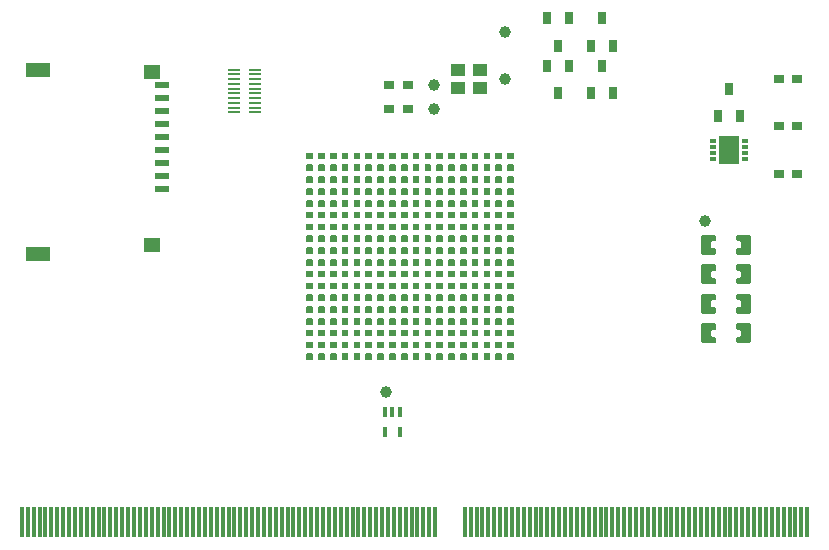
<source format=gtp>
G04 Layer: TopPasteMaskLayer*
G04 EasyEDA v6.5.22, 2022-12-22 19:37:34*
G04 67d28de8ea5d46aa8ff263e619622a75,b137401b17fb4d15a04862e99c0880a0,10*
G04 Gerber Generator version 0.2*
G04 Scale: 100 percent, Rotated: No, Reflected: No *
G04 Dimensions in millimeters *
G04 leading zeros omitted , absolute positions ,4 integer and 5 decimal *
%FSLAX45Y45*%
%MOMM*%

%AMMACRO1*21,1,$1,$2,0,0,$3*%
%ADD10C,1.0000*%
%ADD11R,1.3000X0.6000*%
%ADD12R,1.4000X1.2000*%
%ADD13R,2.0000X1.2000*%
%ADD14R,0.8000X1.0000*%
%ADD15R,1.1000X0.2000*%
%ADD16R,1.0000X0.2000*%
%ADD17R,1.7000X2.4000*%
%ADD18R,0.5000X0.3000*%
%ADD19R,0.3150X0.8385*%
%ADD20MACRO1,1.1X1.2X-90.0000*%
%ADD21R,1.2000X1.1000*%
%ADD22MACRO1,1.1X1.2X90.0000*%
%ADD23R,0.9000X0.8000*%
%ADD24R,0.3500X2.5000*%
%ADD25R,0.0171X2.5000*%

%LPD*%
G36*
X-872388Y877976D02*
G01*
X-877976Y872388D01*
X-877976Y827582D01*
X-872388Y821994D01*
X-827582Y821994D01*
X-821994Y827582D01*
X-821994Y872388D01*
X-827582Y877976D01*
G37*
G36*
X-872388Y778002D02*
G01*
X-877976Y772414D01*
X-877976Y727608D01*
X-872388Y722020D01*
X-827582Y722020D01*
X-821994Y727608D01*
X-821994Y772414D01*
X-827582Y778002D01*
G37*
G36*
X-872388Y677976D02*
G01*
X-877976Y672388D01*
X-877976Y627583D01*
X-872388Y621995D01*
X-827582Y621995D01*
X-821994Y627583D01*
X-821994Y672388D01*
X-827582Y677976D01*
G37*
G36*
X-872388Y578002D02*
G01*
X-877976Y572414D01*
X-877976Y527608D01*
X-872388Y522020D01*
X-827582Y522020D01*
X-821994Y527608D01*
X-821994Y572414D01*
X-827582Y578002D01*
G37*
G36*
X-872388Y477977D02*
G01*
X-877976Y472389D01*
X-877976Y427583D01*
X-872388Y421995D01*
X-827582Y421995D01*
X-821994Y427583D01*
X-821994Y472389D01*
X-827582Y477977D01*
G37*
G36*
X-872388Y378002D02*
G01*
X-877976Y372414D01*
X-877976Y327609D01*
X-872388Y322021D01*
X-827582Y322021D01*
X-821994Y327609D01*
X-821994Y372414D01*
X-827582Y378002D01*
G37*
G36*
X-872388Y277977D02*
G01*
X-877976Y272389D01*
X-877976Y227584D01*
X-872388Y221996D01*
X-827582Y221996D01*
X-821994Y227584D01*
X-821994Y272389D01*
X-827582Y277977D01*
G37*
G36*
X-872388Y178003D02*
G01*
X-877976Y172415D01*
X-877976Y127609D01*
X-872388Y122021D01*
X-827582Y122021D01*
X-821994Y127609D01*
X-821994Y172415D01*
X-827582Y178003D01*
G37*
G36*
X-872388Y77978D02*
G01*
X-877976Y72390D01*
X-877976Y27584D01*
X-872388Y21996D01*
X-827582Y21996D01*
X-821994Y27584D01*
X-821994Y72390D01*
X-827582Y77978D01*
G37*
G36*
X-872388Y-21996D02*
G01*
X-877976Y-27584D01*
X-877976Y-72390D01*
X-872388Y-77978D01*
X-827582Y-77978D01*
X-821994Y-72390D01*
X-821994Y-27584D01*
X-827582Y-21996D01*
G37*
G36*
X-872388Y-122021D02*
G01*
X-877976Y-127609D01*
X-877976Y-172415D01*
X-872388Y-178003D01*
X-827582Y-178003D01*
X-821994Y-172415D01*
X-821994Y-127609D01*
X-827582Y-122021D01*
G37*
G36*
X-872388Y-221996D02*
G01*
X-877976Y-227584D01*
X-877976Y-272389D01*
X-872388Y-277977D01*
X-827582Y-277977D01*
X-821994Y-272389D01*
X-821994Y-227584D01*
X-827582Y-221996D01*
G37*
G36*
X-872388Y-322021D02*
G01*
X-877976Y-327609D01*
X-877976Y-372414D01*
X-872388Y-378002D01*
X-827582Y-378002D01*
X-821994Y-372414D01*
X-821994Y-327609D01*
X-827582Y-322021D01*
G37*
G36*
X-872388Y-421995D02*
G01*
X-877976Y-427583D01*
X-877976Y-472389D01*
X-872388Y-477977D01*
X-827582Y-477977D01*
X-821994Y-472389D01*
X-821994Y-427583D01*
X-827582Y-421995D01*
G37*
G36*
X-872388Y-522020D02*
G01*
X-877976Y-527608D01*
X-877976Y-572414D01*
X-872388Y-578002D01*
X-827582Y-578002D01*
X-821994Y-572414D01*
X-821994Y-527608D01*
X-827582Y-522020D01*
G37*
G36*
X-872388Y-621995D02*
G01*
X-877976Y-627583D01*
X-877976Y-672388D01*
X-872388Y-677976D01*
X-827582Y-677976D01*
X-821994Y-672388D01*
X-821994Y-627583D01*
X-827582Y-621995D01*
G37*
G36*
X-872388Y-722020D02*
G01*
X-877976Y-727608D01*
X-877976Y-772414D01*
X-872388Y-778002D01*
X-827582Y-778002D01*
X-821994Y-772414D01*
X-821994Y-727608D01*
X-827582Y-722020D01*
G37*
G36*
X-872388Y-821994D02*
G01*
X-877976Y-827582D01*
X-877976Y-872388D01*
X-872388Y-877976D01*
X-827582Y-877976D01*
X-821994Y-872388D01*
X-821994Y-827582D01*
X-827582Y-821994D01*
G37*
G36*
X-772414Y877976D02*
G01*
X-778002Y872388D01*
X-778002Y827582D01*
X-772414Y821994D01*
X-727608Y821994D01*
X-722020Y827582D01*
X-722020Y872388D01*
X-727608Y877976D01*
G37*
G36*
X-772414Y778002D02*
G01*
X-778002Y772414D01*
X-778002Y727608D01*
X-772414Y722020D01*
X-727608Y722020D01*
X-722020Y727608D01*
X-722020Y772414D01*
X-727608Y778002D01*
G37*
G36*
X-772414Y677976D02*
G01*
X-778002Y672388D01*
X-778002Y627583D01*
X-772414Y621995D01*
X-727608Y621995D01*
X-722020Y627583D01*
X-722020Y672388D01*
X-727608Y677976D01*
G37*
G36*
X-772414Y578002D02*
G01*
X-778002Y572414D01*
X-778002Y527608D01*
X-772414Y522020D01*
X-727608Y522020D01*
X-722020Y527608D01*
X-722020Y572414D01*
X-727608Y578002D01*
G37*
G36*
X-772414Y477977D02*
G01*
X-778002Y472389D01*
X-778002Y427583D01*
X-772414Y421995D01*
X-727608Y421995D01*
X-722020Y427583D01*
X-722020Y472389D01*
X-727608Y477977D01*
G37*
G36*
X-772414Y378002D02*
G01*
X-778002Y372414D01*
X-778002Y327609D01*
X-772414Y322021D01*
X-727608Y322021D01*
X-722020Y327609D01*
X-722020Y372414D01*
X-727608Y378002D01*
G37*
G36*
X-772414Y277977D02*
G01*
X-778002Y272389D01*
X-778002Y227584D01*
X-772414Y221996D01*
X-727608Y221996D01*
X-722020Y227584D01*
X-722020Y272389D01*
X-727608Y277977D01*
G37*
G36*
X-772414Y178003D02*
G01*
X-778002Y172415D01*
X-778002Y127609D01*
X-772414Y122021D01*
X-727608Y122021D01*
X-722020Y127609D01*
X-722020Y172415D01*
X-727608Y178003D01*
G37*
G36*
X-772414Y77978D02*
G01*
X-778002Y72390D01*
X-778002Y27584D01*
X-772414Y21996D01*
X-727608Y21996D01*
X-722020Y27584D01*
X-722020Y72390D01*
X-727608Y77978D01*
G37*
G36*
X-772414Y-21996D02*
G01*
X-778002Y-27584D01*
X-778002Y-72390D01*
X-772414Y-77978D01*
X-727608Y-77978D01*
X-722020Y-72390D01*
X-722020Y-27584D01*
X-727608Y-21996D01*
G37*
G36*
X-772414Y-122021D02*
G01*
X-778002Y-127609D01*
X-778002Y-172415D01*
X-772414Y-178003D01*
X-727608Y-178003D01*
X-722020Y-172415D01*
X-722020Y-127609D01*
X-727608Y-122021D01*
G37*
G36*
X-772414Y-221996D02*
G01*
X-778002Y-227584D01*
X-778002Y-272389D01*
X-772414Y-277977D01*
X-727608Y-277977D01*
X-722020Y-272389D01*
X-722020Y-227584D01*
X-727608Y-221996D01*
G37*
G36*
X-772414Y-322021D02*
G01*
X-778002Y-327609D01*
X-778002Y-372414D01*
X-772414Y-378002D01*
X-727608Y-378002D01*
X-722020Y-372414D01*
X-722020Y-327609D01*
X-727608Y-322021D01*
G37*
G36*
X-772414Y-421995D02*
G01*
X-778002Y-427583D01*
X-778002Y-472389D01*
X-772414Y-477977D01*
X-727608Y-477977D01*
X-722020Y-472389D01*
X-722020Y-427583D01*
X-727608Y-421995D01*
G37*
G36*
X-772414Y-522020D02*
G01*
X-778002Y-527608D01*
X-778002Y-572414D01*
X-772414Y-578002D01*
X-727608Y-578002D01*
X-722020Y-572414D01*
X-722020Y-527608D01*
X-727608Y-522020D01*
G37*
G36*
X-772414Y-621995D02*
G01*
X-778002Y-627583D01*
X-778002Y-672388D01*
X-772414Y-677976D01*
X-727608Y-677976D01*
X-722020Y-672388D01*
X-722020Y-627583D01*
X-727608Y-621995D01*
G37*
G36*
X-772414Y-722020D02*
G01*
X-778002Y-727608D01*
X-778002Y-772414D01*
X-772414Y-778002D01*
X-727608Y-778002D01*
X-722020Y-772414D01*
X-722020Y-727608D01*
X-727608Y-722020D01*
G37*
G36*
X-772414Y-821994D02*
G01*
X-778002Y-827582D01*
X-778002Y-872388D01*
X-772414Y-877976D01*
X-727608Y-877976D01*
X-722020Y-872388D01*
X-722020Y-827582D01*
X-727608Y-821994D01*
G37*
G36*
X-672388Y877976D02*
G01*
X-677976Y872388D01*
X-677976Y827582D01*
X-672388Y821994D01*
X-627583Y821994D01*
X-621995Y827582D01*
X-621995Y872388D01*
X-627583Y877976D01*
G37*
G36*
X-672388Y778002D02*
G01*
X-677976Y772414D01*
X-677976Y727608D01*
X-672388Y722020D01*
X-627583Y722020D01*
X-621995Y727608D01*
X-621995Y772414D01*
X-627583Y778002D01*
G37*
G36*
X-672388Y677976D02*
G01*
X-677976Y672388D01*
X-677976Y627583D01*
X-672388Y621995D01*
X-627583Y621995D01*
X-621995Y627583D01*
X-621995Y672388D01*
X-627583Y677976D01*
G37*
G36*
X-672388Y578002D02*
G01*
X-677976Y572414D01*
X-677976Y527608D01*
X-672388Y522020D01*
X-627583Y522020D01*
X-621995Y527608D01*
X-621995Y572414D01*
X-627583Y578002D01*
G37*
G36*
X-672388Y477977D02*
G01*
X-677976Y472389D01*
X-677976Y427583D01*
X-672388Y421995D01*
X-627583Y421995D01*
X-621995Y427583D01*
X-621995Y472389D01*
X-627583Y477977D01*
G37*
G36*
X-672388Y378002D02*
G01*
X-677976Y372414D01*
X-677976Y327609D01*
X-672388Y322021D01*
X-627583Y322021D01*
X-621995Y327609D01*
X-621995Y372414D01*
X-627583Y378002D01*
G37*
G36*
X-672388Y277977D02*
G01*
X-677976Y272389D01*
X-677976Y227584D01*
X-672388Y221996D01*
X-627583Y221996D01*
X-621995Y227584D01*
X-621995Y272389D01*
X-627583Y277977D01*
G37*
G36*
X-672388Y178003D02*
G01*
X-677976Y172415D01*
X-677976Y127609D01*
X-672388Y122021D01*
X-627583Y122021D01*
X-621995Y127609D01*
X-621995Y172415D01*
X-627583Y178003D01*
G37*
G36*
X-672388Y77978D02*
G01*
X-677976Y72390D01*
X-677976Y27584D01*
X-672388Y21996D01*
X-627583Y21996D01*
X-621995Y27584D01*
X-621995Y72390D01*
X-627583Y77978D01*
G37*
G36*
X-672388Y-21996D02*
G01*
X-677976Y-27584D01*
X-677976Y-72390D01*
X-672388Y-77978D01*
X-627583Y-77978D01*
X-621995Y-72390D01*
X-621995Y-27584D01*
X-627583Y-21996D01*
G37*
G36*
X-672388Y-122021D02*
G01*
X-677976Y-127609D01*
X-677976Y-172415D01*
X-672388Y-178003D01*
X-627583Y-178003D01*
X-621995Y-172415D01*
X-621995Y-127609D01*
X-627583Y-122021D01*
G37*
G36*
X-672388Y-221996D02*
G01*
X-677976Y-227584D01*
X-677976Y-272389D01*
X-672388Y-277977D01*
X-627583Y-277977D01*
X-621995Y-272389D01*
X-621995Y-227584D01*
X-627583Y-221996D01*
G37*
G36*
X-672388Y-322021D02*
G01*
X-677976Y-327609D01*
X-677976Y-372414D01*
X-672388Y-378002D01*
X-627583Y-378002D01*
X-621995Y-372414D01*
X-621995Y-327609D01*
X-627583Y-322021D01*
G37*
G36*
X-672388Y-421995D02*
G01*
X-677976Y-427583D01*
X-677976Y-472389D01*
X-672388Y-477977D01*
X-627583Y-477977D01*
X-621995Y-472389D01*
X-621995Y-427583D01*
X-627583Y-421995D01*
G37*
G36*
X-672388Y-522020D02*
G01*
X-677976Y-527608D01*
X-677976Y-572414D01*
X-672388Y-578002D01*
X-627583Y-578002D01*
X-621995Y-572414D01*
X-621995Y-527608D01*
X-627583Y-522020D01*
G37*
G36*
X-672388Y-621995D02*
G01*
X-677976Y-627583D01*
X-677976Y-672388D01*
X-672388Y-677976D01*
X-627583Y-677976D01*
X-621995Y-672388D01*
X-621995Y-627583D01*
X-627583Y-621995D01*
G37*
G36*
X-672388Y-722020D02*
G01*
X-677976Y-727608D01*
X-677976Y-772414D01*
X-672388Y-778002D01*
X-627583Y-778002D01*
X-621995Y-772414D01*
X-621995Y-727608D01*
X-627583Y-722020D01*
G37*
G36*
X-672388Y-821994D02*
G01*
X-677976Y-827582D01*
X-677976Y-872388D01*
X-672388Y-877976D01*
X-627583Y-877976D01*
X-621995Y-872388D01*
X-621995Y-827582D01*
X-627583Y-821994D01*
G37*
G36*
X-572414Y877976D02*
G01*
X-578002Y872388D01*
X-578002Y827582D01*
X-572414Y821994D01*
X-527608Y821994D01*
X-522020Y827582D01*
X-522020Y872388D01*
X-527608Y877976D01*
G37*
G36*
X-572414Y778002D02*
G01*
X-578002Y772414D01*
X-578002Y727608D01*
X-572414Y722020D01*
X-527608Y722020D01*
X-522020Y727608D01*
X-522020Y772414D01*
X-527608Y778002D01*
G37*
G36*
X-572414Y677976D02*
G01*
X-578002Y672388D01*
X-578002Y627583D01*
X-572414Y621995D01*
X-527608Y621995D01*
X-522020Y627583D01*
X-522020Y672388D01*
X-527608Y677976D01*
G37*
G36*
X-572414Y578002D02*
G01*
X-578002Y572414D01*
X-578002Y527608D01*
X-572414Y522020D01*
X-527608Y522020D01*
X-522020Y527608D01*
X-522020Y572414D01*
X-527608Y578002D01*
G37*
G36*
X-572414Y477977D02*
G01*
X-578002Y472389D01*
X-578002Y427583D01*
X-572414Y421995D01*
X-527608Y421995D01*
X-522020Y427583D01*
X-522020Y472389D01*
X-527608Y477977D01*
G37*
G36*
X-572414Y378002D02*
G01*
X-578002Y372414D01*
X-578002Y327609D01*
X-572414Y322021D01*
X-527608Y322021D01*
X-522020Y327609D01*
X-522020Y372414D01*
X-527608Y378002D01*
G37*
G36*
X-572414Y277977D02*
G01*
X-578002Y272389D01*
X-578002Y227584D01*
X-572414Y221996D01*
X-527608Y221996D01*
X-522020Y227584D01*
X-522020Y272389D01*
X-527608Y277977D01*
G37*
G36*
X-572414Y178003D02*
G01*
X-578002Y172415D01*
X-578002Y127609D01*
X-572414Y122021D01*
X-527608Y122021D01*
X-522020Y127609D01*
X-522020Y172415D01*
X-527608Y178003D01*
G37*
G36*
X-572414Y77978D02*
G01*
X-578002Y72390D01*
X-578002Y27584D01*
X-572414Y21996D01*
X-527608Y21996D01*
X-522020Y27584D01*
X-522020Y72390D01*
X-527608Y77978D01*
G37*
G36*
X-572414Y-21996D02*
G01*
X-578002Y-27584D01*
X-578002Y-72390D01*
X-572414Y-77978D01*
X-527608Y-77978D01*
X-522020Y-72390D01*
X-522020Y-27584D01*
X-527608Y-21996D01*
G37*
G36*
X-572414Y-122021D02*
G01*
X-578002Y-127609D01*
X-578002Y-172415D01*
X-572414Y-178003D01*
X-527608Y-178003D01*
X-522020Y-172415D01*
X-522020Y-127609D01*
X-527608Y-122021D01*
G37*
G36*
X-572414Y-221996D02*
G01*
X-578002Y-227584D01*
X-578002Y-272389D01*
X-572414Y-277977D01*
X-527608Y-277977D01*
X-522020Y-272389D01*
X-522020Y-227584D01*
X-527608Y-221996D01*
G37*
G36*
X-572414Y-322021D02*
G01*
X-578002Y-327609D01*
X-578002Y-372414D01*
X-572414Y-378002D01*
X-527608Y-378002D01*
X-522020Y-372414D01*
X-522020Y-327609D01*
X-527608Y-322021D01*
G37*
G36*
X-572414Y-421995D02*
G01*
X-578002Y-427583D01*
X-578002Y-472389D01*
X-572414Y-477977D01*
X-527608Y-477977D01*
X-522020Y-472389D01*
X-522020Y-427583D01*
X-527608Y-421995D01*
G37*
G36*
X-572414Y-522020D02*
G01*
X-578002Y-527608D01*
X-578002Y-572414D01*
X-572414Y-578002D01*
X-527608Y-578002D01*
X-522020Y-572414D01*
X-522020Y-527608D01*
X-527608Y-522020D01*
G37*
G36*
X-572414Y-621995D02*
G01*
X-578002Y-627583D01*
X-578002Y-672388D01*
X-572414Y-677976D01*
X-527608Y-677976D01*
X-522020Y-672388D01*
X-522020Y-627583D01*
X-527608Y-621995D01*
G37*
G36*
X-572414Y-722020D02*
G01*
X-578002Y-727608D01*
X-578002Y-772414D01*
X-572414Y-778002D01*
X-527608Y-778002D01*
X-522020Y-772414D01*
X-522020Y-727608D01*
X-527608Y-722020D01*
G37*
G36*
X-572414Y-821994D02*
G01*
X-578002Y-827582D01*
X-578002Y-872388D01*
X-572414Y-877976D01*
X-527608Y-877976D01*
X-522020Y-872388D01*
X-522020Y-827582D01*
X-527608Y-821994D01*
G37*
G36*
X-472389Y877976D02*
G01*
X-477977Y872388D01*
X-477977Y827582D01*
X-472389Y821994D01*
X-427583Y821994D01*
X-421995Y827582D01*
X-421995Y872388D01*
X-427583Y877976D01*
G37*
G36*
X-472389Y778002D02*
G01*
X-477977Y772414D01*
X-477977Y727608D01*
X-472389Y722020D01*
X-427583Y722020D01*
X-421995Y727608D01*
X-421995Y772414D01*
X-427583Y778002D01*
G37*
G36*
X-472389Y677976D02*
G01*
X-477977Y672388D01*
X-477977Y627583D01*
X-472389Y621995D01*
X-427583Y621995D01*
X-421995Y627583D01*
X-421995Y672388D01*
X-427583Y677976D01*
G37*
G36*
X-472389Y578002D02*
G01*
X-477977Y572414D01*
X-477977Y527608D01*
X-472389Y522020D01*
X-427583Y522020D01*
X-421995Y527608D01*
X-421995Y572414D01*
X-427583Y578002D01*
G37*
G36*
X-472389Y477977D02*
G01*
X-477977Y472389D01*
X-477977Y427583D01*
X-472389Y421995D01*
X-427583Y421995D01*
X-421995Y427583D01*
X-421995Y472389D01*
X-427583Y477977D01*
G37*
G36*
X-472389Y378002D02*
G01*
X-477977Y372414D01*
X-477977Y327609D01*
X-472389Y322021D01*
X-427583Y322021D01*
X-421995Y327609D01*
X-421995Y372414D01*
X-427583Y378002D01*
G37*
G36*
X-472389Y277977D02*
G01*
X-477977Y272389D01*
X-477977Y227584D01*
X-472389Y221996D01*
X-427583Y221996D01*
X-421995Y227584D01*
X-421995Y272389D01*
X-427583Y277977D01*
G37*
G36*
X-472389Y178003D02*
G01*
X-477977Y172415D01*
X-477977Y127609D01*
X-472389Y122021D01*
X-427583Y122021D01*
X-421995Y127609D01*
X-421995Y172415D01*
X-427583Y178003D01*
G37*
G36*
X-472389Y77978D02*
G01*
X-477977Y72390D01*
X-477977Y27584D01*
X-472389Y21996D01*
X-427583Y21996D01*
X-421995Y27584D01*
X-421995Y72390D01*
X-427583Y77978D01*
G37*
G36*
X-472389Y-21996D02*
G01*
X-477977Y-27584D01*
X-477977Y-72390D01*
X-472389Y-77978D01*
X-427583Y-77978D01*
X-421995Y-72390D01*
X-421995Y-27584D01*
X-427583Y-21996D01*
G37*
G36*
X-472389Y-122021D02*
G01*
X-477977Y-127609D01*
X-477977Y-172415D01*
X-472389Y-178003D01*
X-427583Y-178003D01*
X-421995Y-172415D01*
X-421995Y-127609D01*
X-427583Y-122021D01*
G37*
G36*
X-472389Y-221996D02*
G01*
X-477977Y-227584D01*
X-477977Y-272389D01*
X-472389Y-277977D01*
X-427583Y-277977D01*
X-421995Y-272389D01*
X-421995Y-227584D01*
X-427583Y-221996D01*
G37*
G36*
X-472389Y-322021D02*
G01*
X-477977Y-327609D01*
X-477977Y-372414D01*
X-472389Y-378002D01*
X-427583Y-378002D01*
X-421995Y-372414D01*
X-421995Y-327609D01*
X-427583Y-322021D01*
G37*
G36*
X-472389Y-421995D02*
G01*
X-477977Y-427583D01*
X-477977Y-472389D01*
X-472389Y-477977D01*
X-427583Y-477977D01*
X-421995Y-472389D01*
X-421995Y-427583D01*
X-427583Y-421995D01*
G37*
G36*
X-472389Y-522020D02*
G01*
X-477977Y-527608D01*
X-477977Y-572414D01*
X-472389Y-578002D01*
X-427583Y-578002D01*
X-421995Y-572414D01*
X-421995Y-527608D01*
X-427583Y-522020D01*
G37*
G36*
X-472389Y-621995D02*
G01*
X-477977Y-627583D01*
X-477977Y-672388D01*
X-472389Y-677976D01*
X-427583Y-677976D01*
X-421995Y-672388D01*
X-421995Y-627583D01*
X-427583Y-621995D01*
G37*
G36*
X-472389Y-722020D02*
G01*
X-477977Y-727608D01*
X-477977Y-772414D01*
X-472389Y-778002D01*
X-427583Y-778002D01*
X-421995Y-772414D01*
X-421995Y-727608D01*
X-427583Y-722020D01*
G37*
G36*
X-472389Y-821994D02*
G01*
X-477977Y-827582D01*
X-477977Y-872388D01*
X-472389Y-877976D01*
X-427583Y-877976D01*
X-421995Y-872388D01*
X-421995Y-827582D01*
X-427583Y-821994D01*
G37*
G36*
X-372414Y877976D02*
G01*
X-378002Y872388D01*
X-378002Y827582D01*
X-372414Y821994D01*
X-327609Y821994D01*
X-322021Y827582D01*
X-322021Y872388D01*
X-327609Y877976D01*
G37*
G36*
X-372414Y778002D02*
G01*
X-378002Y772414D01*
X-378002Y727608D01*
X-372414Y722020D01*
X-327609Y722020D01*
X-322021Y727608D01*
X-322021Y772414D01*
X-327609Y778002D01*
G37*
G36*
X-372414Y677976D02*
G01*
X-378002Y672388D01*
X-378002Y627583D01*
X-372414Y621995D01*
X-327609Y621995D01*
X-322021Y627583D01*
X-322021Y672388D01*
X-327609Y677976D01*
G37*
G36*
X-372414Y578002D02*
G01*
X-378002Y572414D01*
X-378002Y527608D01*
X-372414Y522020D01*
X-327609Y522020D01*
X-322021Y527608D01*
X-322021Y572414D01*
X-327609Y578002D01*
G37*
G36*
X-372414Y477977D02*
G01*
X-378002Y472389D01*
X-378002Y427583D01*
X-372414Y421995D01*
X-327609Y421995D01*
X-322021Y427583D01*
X-322021Y472389D01*
X-327609Y477977D01*
G37*
G36*
X-372414Y378002D02*
G01*
X-378002Y372414D01*
X-378002Y327609D01*
X-372414Y322021D01*
X-327609Y322021D01*
X-322021Y327609D01*
X-322021Y372414D01*
X-327609Y378002D01*
G37*
G36*
X-372414Y277977D02*
G01*
X-378002Y272389D01*
X-378002Y227584D01*
X-372414Y221996D01*
X-327609Y221996D01*
X-322021Y227584D01*
X-322021Y272389D01*
X-327609Y277977D01*
G37*
G36*
X-372414Y178003D02*
G01*
X-378002Y172415D01*
X-378002Y127609D01*
X-372414Y122021D01*
X-327609Y122021D01*
X-322021Y127609D01*
X-322021Y172415D01*
X-327609Y178003D01*
G37*
G36*
X-372414Y77978D02*
G01*
X-378002Y72390D01*
X-378002Y27584D01*
X-372414Y21996D01*
X-327609Y21996D01*
X-322021Y27584D01*
X-322021Y72390D01*
X-327609Y77978D01*
G37*
G36*
X-372414Y-21996D02*
G01*
X-378002Y-27584D01*
X-378002Y-72390D01*
X-372414Y-77978D01*
X-327609Y-77978D01*
X-322021Y-72390D01*
X-322021Y-27584D01*
X-327609Y-21996D01*
G37*
G36*
X-372414Y-122021D02*
G01*
X-378002Y-127609D01*
X-378002Y-172415D01*
X-372414Y-178003D01*
X-327609Y-178003D01*
X-322021Y-172415D01*
X-322021Y-127609D01*
X-327609Y-122021D01*
G37*
G36*
X-372414Y-221996D02*
G01*
X-378002Y-227584D01*
X-378002Y-272389D01*
X-372414Y-277977D01*
X-327609Y-277977D01*
X-322021Y-272389D01*
X-322021Y-227584D01*
X-327609Y-221996D01*
G37*
G36*
X-372414Y-322021D02*
G01*
X-378002Y-327609D01*
X-378002Y-372414D01*
X-372414Y-378002D01*
X-327609Y-378002D01*
X-322021Y-372414D01*
X-322021Y-327609D01*
X-327609Y-322021D01*
G37*
G36*
X-372414Y-421995D02*
G01*
X-378002Y-427583D01*
X-378002Y-472389D01*
X-372414Y-477977D01*
X-327609Y-477977D01*
X-322021Y-472389D01*
X-322021Y-427583D01*
X-327609Y-421995D01*
G37*
G36*
X-372414Y-522020D02*
G01*
X-378002Y-527608D01*
X-378002Y-572414D01*
X-372414Y-578002D01*
X-327609Y-578002D01*
X-322021Y-572414D01*
X-322021Y-527608D01*
X-327609Y-522020D01*
G37*
G36*
X-372414Y-621995D02*
G01*
X-378002Y-627583D01*
X-378002Y-672388D01*
X-372414Y-677976D01*
X-327609Y-677976D01*
X-322021Y-672388D01*
X-322021Y-627583D01*
X-327609Y-621995D01*
G37*
G36*
X-372414Y-722020D02*
G01*
X-378002Y-727608D01*
X-378002Y-772414D01*
X-372414Y-778002D01*
X-327609Y-778002D01*
X-322021Y-772414D01*
X-322021Y-727608D01*
X-327609Y-722020D01*
G37*
G36*
X-372414Y-821994D02*
G01*
X-378002Y-827582D01*
X-378002Y-872388D01*
X-372414Y-877976D01*
X-327609Y-877976D01*
X-322021Y-872388D01*
X-322021Y-827582D01*
X-327609Y-821994D01*
G37*
G36*
X-272389Y877976D02*
G01*
X-277977Y872388D01*
X-277977Y827582D01*
X-272389Y821994D01*
X-227584Y821994D01*
X-221996Y827582D01*
X-221996Y872388D01*
X-227584Y877976D01*
G37*
G36*
X-272389Y778002D02*
G01*
X-277977Y772414D01*
X-277977Y727608D01*
X-272389Y722020D01*
X-227584Y722020D01*
X-221996Y727608D01*
X-221996Y772414D01*
X-227584Y778002D01*
G37*
G36*
X-272389Y677976D02*
G01*
X-277977Y672388D01*
X-277977Y627583D01*
X-272389Y621995D01*
X-227584Y621995D01*
X-221996Y627583D01*
X-221996Y672388D01*
X-227584Y677976D01*
G37*
G36*
X-272389Y578002D02*
G01*
X-277977Y572414D01*
X-277977Y527608D01*
X-272389Y522020D01*
X-227584Y522020D01*
X-221996Y527608D01*
X-221996Y572414D01*
X-227584Y578002D01*
G37*
G36*
X-272389Y477977D02*
G01*
X-277977Y472389D01*
X-277977Y427583D01*
X-272389Y421995D01*
X-227584Y421995D01*
X-221996Y427583D01*
X-221996Y472389D01*
X-227584Y477977D01*
G37*
G36*
X-272389Y378002D02*
G01*
X-277977Y372414D01*
X-277977Y327609D01*
X-272389Y322021D01*
X-227584Y322021D01*
X-221996Y327609D01*
X-221996Y372414D01*
X-227584Y378002D01*
G37*
G36*
X-272389Y277977D02*
G01*
X-277977Y272389D01*
X-277977Y227584D01*
X-272389Y221996D01*
X-227584Y221996D01*
X-221996Y227584D01*
X-221996Y272389D01*
X-227584Y277977D01*
G37*
G36*
X-272389Y178003D02*
G01*
X-277977Y172415D01*
X-277977Y127609D01*
X-272389Y122021D01*
X-227584Y122021D01*
X-221996Y127609D01*
X-221996Y172415D01*
X-227584Y178003D01*
G37*
G36*
X-272389Y77978D02*
G01*
X-277977Y72390D01*
X-277977Y27584D01*
X-272389Y21996D01*
X-227584Y21996D01*
X-221996Y27584D01*
X-221996Y72390D01*
X-227584Y77978D01*
G37*
G36*
X-272389Y-21996D02*
G01*
X-277977Y-27584D01*
X-277977Y-72390D01*
X-272389Y-77978D01*
X-227584Y-77978D01*
X-221996Y-72390D01*
X-221996Y-27584D01*
X-227584Y-21996D01*
G37*
G36*
X-272389Y-122021D02*
G01*
X-277977Y-127609D01*
X-277977Y-172415D01*
X-272389Y-178003D01*
X-227584Y-178003D01*
X-221996Y-172415D01*
X-221996Y-127609D01*
X-227584Y-122021D01*
G37*
G36*
X-272389Y-221996D02*
G01*
X-277977Y-227584D01*
X-277977Y-272389D01*
X-272389Y-277977D01*
X-227584Y-277977D01*
X-221996Y-272389D01*
X-221996Y-227584D01*
X-227584Y-221996D01*
G37*
G36*
X-272389Y-322021D02*
G01*
X-277977Y-327609D01*
X-277977Y-372414D01*
X-272389Y-378002D01*
X-227584Y-378002D01*
X-221996Y-372414D01*
X-221996Y-327609D01*
X-227584Y-322021D01*
G37*
G36*
X-272389Y-421995D02*
G01*
X-277977Y-427583D01*
X-277977Y-472389D01*
X-272389Y-477977D01*
X-227584Y-477977D01*
X-221996Y-472389D01*
X-221996Y-427583D01*
X-227584Y-421995D01*
G37*
G36*
X-272389Y-522020D02*
G01*
X-277977Y-527608D01*
X-277977Y-572414D01*
X-272389Y-578002D01*
X-227584Y-578002D01*
X-221996Y-572414D01*
X-221996Y-527608D01*
X-227584Y-522020D01*
G37*
G36*
X-272389Y-621995D02*
G01*
X-277977Y-627583D01*
X-277977Y-672388D01*
X-272389Y-677976D01*
X-227584Y-677976D01*
X-221996Y-672388D01*
X-221996Y-627583D01*
X-227584Y-621995D01*
G37*
G36*
X-272389Y-722020D02*
G01*
X-277977Y-727608D01*
X-277977Y-772414D01*
X-272389Y-778002D01*
X-227584Y-778002D01*
X-221996Y-772414D01*
X-221996Y-727608D01*
X-227584Y-722020D01*
G37*
G36*
X-272389Y-821994D02*
G01*
X-277977Y-827582D01*
X-277977Y-872388D01*
X-272389Y-877976D01*
X-227584Y-877976D01*
X-221996Y-872388D01*
X-221996Y-827582D01*
X-227584Y-821994D01*
G37*
G36*
X-172415Y877976D02*
G01*
X-178003Y872388D01*
X-178003Y827582D01*
X-172415Y821994D01*
X-127609Y821994D01*
X-122021Y827582D01*
X-122021Y872388D01*
X-127609Y877976D01*
G37*
G36*
X-172415Y778002D02*
G01*
X-178003Y772414D01*
X-178003Y727608D01*
X-172415Y722020D01*
X-127609Y722020D01*
X-122021Y727608D01*
X-122021Y772414D01*
X-127609Y778002D01*
G37*
G36*
X-172415Y677976D02*
G01*
X-178003Y672388D01*
X-178003Y627583D01*
X-172415Y621995D01*
X-127609Y621995D01*
X-122021Y627583D01*
X-122021Y672388D01*
X-127609Y677976D01*
G37*
G36*
X-172415Y578002D02*
G01*
X-178003Y572414D01*
X-178003Y527608D01*
X-172415Y522020D01*
X-127609Y522020D01*
X-122021Y527608D01*
X-122021Y572414D01*
X-127609Y578002D01*
G37*
G36*
X-172415Y477977D02*
G01*
X-178003Y472389D01*
X-178003Y427583D01*
X-172415Y421995D01*
X-127609Y421995D01*
X-122021Y427583D01*
X-122021Y472389D01*
X-127609Y477977D01*
G37*
G36*
X-172415Y378002D02*
G01*
X-178003Y372414D01*
X-178003Y327609D01*
X-172415Y322021D01*
X-127609Y322021D01*
X-122021Y327609D01*
X-122021Y372414D01*
X-127609Y378002D01*
G37*
G36*
X-172415Y277977D02*
G01*
X-178003Y272389D01*
X-178003Y227584D01*
X-172415Y221996D01*
X-127609Y221996D01*
X-122021Y227584D01*
X-122021Y272389D01*
X-127609Y277977D01*
G37*
G36*
X-172415Y178003D02*
G01*
X-178003Y172415D01*
X-178003Y127609D01*
X-172415Y122021D01*
X-127609Y122021D01*
X-122021Y127609D01*
X-122021Y172415D01*
X-127609Y178003D01*
G37*
G36*
X-172415Y77978D02*
G01*
X-178003Y72390D01*
X-178003Y27584D01*
X-172415Y21996D01*
X-127609Y21996D01*
X-122021Y27584D01*
X-122021Y72390D01*
X-127609Y77978D01*
G37*
G36*
X-172415Y-21996D02*
G01*
X-178003Y-27584D01*
X-178003Y-72390D01*
X-172415Y-77978D01*
X-127609Y-77978D01*
X-122021Y-72390D01*
X-122021Y-27584D01*
X-127609Y-21996D01*
G37*
G36*
X-172415Y-122021D02*
G01*
X-178003Y-127609D01*
X-178003Y-172415D01*
X-172415Y-178003D01*
X-127609Y-178003D01*
X-122021Y-172415D01*
X-122021Y-127609D01*
X-127609Y-122021D01*
G37*
G36*
X-172415Y-221996D02*
G01*
X-178003Y-227584D01*
X-178003Y-272389D01*
X-172415Y-277977D01*
X-127609Y-277977D01*
X-122021Y-272389D01*
X-122021Y-227584D01*
X-127609Y-221996D01*
G37*
G36*
X-172415Y-322021D02*
G01*
X-178003Y-327609D01*
X-178003Y-372414D01*
X-172415Y-378002D01*
X-127609Y-378002D01*
X-122021Y-372414D01*
X-122021Y-327609D01*
X-127609Y-322021D01*
G37*
G36*
X-172415Y-421995D02*
G01*
X-178003Y-427583D01*
X-178003Y-472389D01*
X-172415Y-477977D01*
X-127609Y-477977D01*
X-122021Y-472389D01*
X-122021Y-427583D01*
X-127609Y-421995D01*
G37*
G36*
X-172415Y-522020D02*
G01*
X-178003Y-527608D01*
X-178003Y-572414D01*
X-172415Y-578002D01*
X-127609Y-578002D01*
X-122021Y-572414D01*
X-122021Y-527608D01*
X-127609Y-522020D01*
G37*
G36*
X-172415Y-621995D02*
G01*
X-178003Y-627583D01*
X-178003Y-672388D01*
X-172415Y-677976D01*
X-127609Y-677976D01*
X-122021Y-672388D01*
X-122021Y-627583D01*
X-127609Y-621995D01*
G37*
G36*
X-172415Y-722020D02*
G01*
X-178003Y-727608D01*
X-178003Y-772414D01*
X-172415Y-778002D01*
X-127609Y-778002D01*
X-122021Y-772414D01*
X-122021Y-727608D01*
X-127609Y-722020D01*
G37*
G36*
X-172415Y-821994D02*
G01*
X-178003Y-827582D01*
X-178003Y-872388D01*
X-172415Y-877976D01*
X-127609Y-877976D01*
X-122021Y-872388D01*
X-122021Y-827582D01*
X-127609Y-821994D01*
G37*
G36*
X-72390Y877976D02*
G01*
X-77978Y872388D01*
X-77978Y827582D01*
X-72390Y821994D01*
X-27584Y821994D01*
X-21996Y827582D01*
X-21996Y872388D01*
X-27584Y877976D01*
G37*
G36*
X-72390Y778002D02*
G01*
X-77978Y772414D01*
X-77978Y727608D01*
X-72390Y722020D01*
X-27584Y722020D01*
X-21996Y727608D01*
X-21996Y772414D01*
X-27584Y778002D01*
G37*
G36*
X-72390Y677976D02*
G01*
X-77978Y672388D01*
X-77978Y627583D01*
X-72390Y621995D01*
X-27584Y621995D01*
X-21996Y627583D01*
X-21996Y672388D01*
X-27584Y677976D01*
G37*
G36*
X-72390Y578002D02*
G01*
X-77978Y572414D01*
X-77978Y527608D01*
X-72390Y522020D01*
X-27584Y522020D01*
X-21996Y527608D01*
X-21996Y572414D01*
X-27584Y578002D01*
G37*
G36*
X-72390Y477977D02*
G01*
X-77978Y472389D01*
X-77978Y427583D01*
X-72390Y421995D01*
X-27584Y421995D01*
X-21996Y427583D01*
X-21996Y472389D01*
X-27584Y477977D01*
G37*
G36*
X-72390Y378002D02*
G01*
X-77978Y372414D01*
X-77978Y327609D01*
X-72390Y322021D01*
X-27584Y322021D01*
X-21996Y327609D01*
X-21996Y372414D01*
X-27584Y378002D01*
G37*
G36*
X-72390Y277977D02*
G01*
X-77978Y272389D01*
X-77978Y227584D01*
X-72390Y221996D01*
X-27584Y221996D01*
X-21996Y227584D01*
X-21996Y272389D01*
X-27584Y277977D01*
G37*
G36*
X-72390Y178003D02*
G01*
X-77978Y172415D01*
X-77978Y127609D01*
X-72390Y122021D01*
X-27584Y122021D01*
X-21996Y127609D01*
X-21996Y172415D01*
X-27584Y178003D01*
G37*
G36*
X-72390Y77978D02*
G01*
X-77978Y72390D01*
X-77978Y27584D01*
X-72390Y21996D01*
X-27584Y21996D01*
X-21996Y27584D01*
X-21996Y72390D01*
X-27584Y77978D01*
G37*
G36*
X-72390Y-21996D02*
G01*
X-77978Y-27584D01*
X-77978Y-72390D01*
X-72390Y-77978D01*
X-27584Y-77978D01*
X-21996Y-72390D01*
X-21996Y-27584D01*
X-27584Y-21996D01*
G37*
G36*
X-72390Y-122021D02*
G01*
X-77978Y-127609D01*
X-77978Y-172415D01*
X-72390Y-178003D01*
X-27584Y-178003D01*
X-21996Y-172415D01*
X-21996Y-127609D01*
X-27584Y-122021D01*
G37*
G36*
X-72390Y-221996D02*
G01*
X-77978Y-227584D01*
X-77978Y-272389D01*
X-72390Y-277977D01*
X-27584Y-277977D01*
X-21996Y-272389D01*
X-21996Y-227584D01*
X-27584Y-221996D01*
G37*
G36*
X-72390Y-322021D02*
G01*
X-77978Y-327609D01*
X-77978Y-372414D01*
X-72390Y-378002D01*
X-27584Y-378002D01*
X-21996Y-372414D01*
X-21996Y-327609D01*
X-27584Y-322021D01*
G37*
G36*
X-72390Y-421995D02*
G01*
X-77978Y-427583D01*
X-77978Y-472389D01*
X-72390Y-477977D01*
X-27584Y-477977D01*
X-21996Y-472389D01*
X-21996Y-427583D01*
X-27584Y-421995D01*
G37*
G36*
X-72390Y-522020D02*
G01*
X-77978Y-527608D01*
X-77978Y-572414D01*
X-72390Y-578002D01*
X-27584Y-578002D01*
X-21996Y-572414D01*
X-21996Y-527608D01*
X-27584Y-522020D01*
G37*
G36*
X-72390Y-621995D02*
G01*
X-77978Y-627583D01*
X-77978Y-672388D01*
X-72390Y-677976D01*
X-27584Y-677976D01*
X-21996Y-672388D01*
X-21996Y-627583D01*
X-27584Y-621995D01*
G37*
G36*
X-72390Y-722020D02*
G01*
X-77978Y-727608D01*
X-77978Y-772414D01*
X-72390Y-778002D01*
X-27584Y-778002D01*
X-21996Y-772414D01*
X-21996Y-727608D01*
X-27584Y-722020D01*
G37*
G36*
X-72390Y-821994D02*
G01*
X-77978Y-827582D01*
X-77978Y-872388D01*
X-72390Y-877976D01*
X-27584Y-877976D01*
X-21996Y-872388D01*
X-21996Y-827582D01*
X-27584Y-821994D01*
G37*
G36*
X27584Y877976D02*
G01*
X21996Y872388D01*
X21996Y827582D01*
X27584Y821994D01*
X72390Y821994D01*
X77978Y827582D01*
X77978Y872388D01*
X72390Y877976D01*
G37*
G36*
X27584Y778002D02*
G01*
X21996Y772414D01*
X21996Y727608D01*
X27584Y722020D01*
X72390Y722020D01*
X77978Y727608D01*
X77978Y772414D01*
X72390Y778002D01*
G37*
G36*
X27584Y677976D02*
G01*
X21996Y672388D01*
X21996Y627583D01*
X27584Y621995D01*
X72390Y621995D01*
X77978Y627583D01*
X77978Y672388D01*
X72390Y677976D01*
G37*
G36*
X27584Y578002D02*
G01*
X21996Y572414D01*
X21996Y527608D01*
X27584Y522020D01*
X72390Y522020D01*
X77978Y527608D01*
X77978Y572414D01*
X72390Y578002D01*
G37*
G36*
X27584Y477977D02*
G01*
X21996Y472389D01*
X21996Y427583D01*
X27584Y421995D01*
X72390Y421995D01*
X77978Y427583D01*
X77978Y472389D01*
X72390Y477977D01*
G37*
G36*
X27584Y378002D02*
G01*
X21996Y372414D01*
X21996Y327609D01*
X27584Y322021D01*
X72390Y322021D01*
X77978Y327609D01*
X77978Y372414D01*
X72390Y378002D01*
G37*
G36*
X27584Y277977D02*
G01*
X21996Y272389D01*
X21996Y227584D01*
X27584Y221996D01*
X72390Y221996D01*
X77978Y227584D01*
X77978Y272389D01*
X72390Y277977D01*
G37*
G36*
X27584Y178003D02*
G01*
X21996Y172415D01*
X21996Y127609D01*
X27584Y122021D01*
X72390Y122021D01*
X77978Y127609D01*
X77978Y172415D01*
X72390Y178003D01*
G37*
G36*
X27584Y77978D02*
G01*
X21996Y72390D01*
X21996Y27584D01*
X27584Y21996D01*
X72390Y21996D01*
X77978Y27584D01*
X77978Y72390D01*
X72390Y77978D01*
G37*
G36*
X27584Y-21996D02*
G01*
X21996Y-27584D01*
X21996Y-72390D01*
X27584Y-77978D01*
X72390Y-77978D01*
X77978Y-72390D01*
X77978Y-27584D01*
X72390Y-21996D01*
G37*
G36*
X27584Y-122021D02*
G01*
X21996Y-127609D01*
X21996Y-172415D01*
X27584Y-178003D01*
X72390Y-178003D01*
X77978Y-172415D01*
X77978Y-127609D01*
X72390Y-122021D01*
G37*
G36*
X27584Y-221996D02*
G01*
X21996Y-227584D01*
X21996Y-272389D01*
X27584Y-277977D01*
X72390Y-277977D01*
X77978Y-272389D01*
X77978Y-227584D01*
X72390Y-221996D01*
G37*
G36*
X27584Y-322021D02*
G01*
X21996Y-327609D01*
X21996Y-372414D01*
X27584Y-378002D01*
X72390Y-378002D01*
X77978Y-372414D01*
X77978Y-327609D01*
X72390Y-322021D01*
G37*
G36*
X27584Y-421995D02*
G01*
X21996Y-427583D01*
X21996Y-472389D01*
X27584Y-477977D01*
X72390Y-477977D01*
X77978Y-472389D01*
X77978Y-427583D01*
X72390Y-421995D01*
G37*
G36*
X27584Y-522020D02*
G01*
X21996Y-527608D01*
X21996Y-572414D01*
X27584Y-578002D01*
X72390Y-578002D01*
X77978Y-572414D01*
X77978Y-527608D01*
X72390Y-522020D01*
G37*
G36*
X27584Y-621995D02*
G01*
X21996Y-627583D01*
X21996Y-672388D01*
X27584Y-677976D01*
X72390Y-677976D01*
X77978Y-672388D01*
X77978Y-627583D01*
X72390Y-621995D01*
G37*
G36*
X27584Y-722020D02*
G01*
X21996Y-727608D01*
X21996Y-772414D01*
X27584Y-778002D01*
X72390Y-778002D01*
X77978Y-772414D01*
X77978Y-727608D01*
X72390Y-722020D01*
G37*
G36*
X27584Y-821994D02*
G01*
X21996Y-827582D01*
X21996Y-872388D01*
X27584Y-877976D01*
X72390Y-877976D01*
X77978Y-872388D01*
X77978Y-827582D01*
X72390Y-821994D01*
G37*
G36*
X127609Y877976D02*
G01*
X122021Y872388D01*
X122021Y827582D01*
X127609Y821994D01*
X172415Y821994D01*
X178003Y827582D01*
X178003Y872388D01*
X172415Y877976D01*
G37*
G36*
X127609Y778002D02*
G01*
X122021Y772414D01*
X122021Y727608D01*
X127609Y722020D01*
X172415Y722020D01*
X178003Y727608D01*
X178003Y772414D01*
X172415Y778002D01*
G37*
G36*
X127609Y677976D02*
G01*
X122021Y672388D01*
X122021Y627583D01*
X127609Y621995D01*
X172415Y621995D01*
X178003Y627583D01*
X178003Y672388D01*
X172415Y677976D01*
G37*
G36*
X127609Y578002D02*
G01*
X122021Y572414D01*
X122021Y527608D01*
X127609Y522020D01*
X172415Y522020D01*
X178003Y527608D01*
X178003Y572414D01*
X172415Y578002D01*
G37*
G36*
X127609Y477977D02*
G01*
X122021Y472389D01*
X122021Y427583D01*
X127609Y421995D01*
X172415Y421995D01*
X178003Y427583D01*
X178003Y472389D01*
X172415Y477977D01*
G37*
G36*
X127609Y378002D02*
G01*
X122021Y372414D01*
X122021Y327609D01*
X127609Y322021D01*
X172415Y322021D01*
X178003Y327609D01*
X178003Y372414D01*
X172415Y378002D01*
G37*
G36*
X127609Y277977D02*
G01*
X122021Y272389D01*
X122021Y227584D01*
X127609Y221996D01*
X172415Y221996D01*
X178003Y227584D01*
X178003Y272389D01*
X172415Y277977D01*
G37*
G36*
X127609Y178003D02*
G01*
X122021Y172415D01*
X122021Y127609D01*
X127609Y122021D01*
X172415Y122021D01*
X178003Y127609D01*
X178003Y172415D01*
X172415Y178003D01*
G37*
G36*
X127609Y77978D02*
G01*
X122021Y72390D01*
X122021Y27584D01*
X127609Y21996D01*
X172415Y21996D01*
X178003Y27584D01*
X178003Y72390D01*
X172415Y77978D01*
G37*
G36*
X127609Y-21996D02*
G01*
X122021Y-27584D01*
X122021Y-72390D01*
X127609Y-77978D01*
X172415Y-77978D01*
X178003Y-72390D01*
X178003Y-27584D01*
X172415Y-21996D01*
G37*
G36*
X127609Y-122021D02*
G01*
X122021Y-127609D01*
X122021Y-172415D01*
X127609Y-178003D01*
X172415Y-178003D01*
X178003Y-172415D01*
X178003Y-127609D01*
X172415Y-122021D01*
G37*
G36*
X127609Y-221996D02*
G01*
X122021Y-227584D01*
X122021Y-272389D01*
X127609Y-277977D01*
X172415Y-277977D01*
X178003Y-272389D01*
X178003Y-227584D01*
X172415Y-221996D01*
G37*
G36*
X127609Y-322021D02*
G01*
X122021Y-327609D01*
X122021Y-372414D01*
X127609Y-378002D01*
X172415Y-378002D01*
X178003Y-372414D01*
X178003Y-327609D01*
X172415Y-322021D01*
G37*
G36*
X127609Y-421995D02*
G01*
X122021Y-427583D01*
X122021Y-472389D01*
X127609Y-477977D01*
X172415Y-477977D01*
X178003Y-472389D01*
X178003Y-427583D01*
X172415Y-421995D01*
G37*
G36*
X127609Y-522020D02*
G01*
X122021Y-527608D01*
X122021Y-572414D01*
X127609Y-578002D01*
X172415Y-578002D01*
X178003Y-572414D01*
X178003Y-527608D01*
X172415Y-522020D01*
G37*
G36*
X127609Y-621995D02*
G01*
X122021Y-627583D01*
X122021Y-672388D01*
X127609Y-677976D01*
X172415Y-677976D01*
X178003Y-672388D01*
X178003Y-627583D01*
X172415Y-621995D01*
G37*
G36*
X127609Y-722020D02*
G01*
X122021Y-727608D01*
X122021Y-772414D01*
X127609Y-778002D01*
X172415Y-778002D01*
X178003Y-772414D01*
X178003Y-727608D01*
X172415Y-722020D01*
G37*
G36*
X127609Y-821994D02*
G01*
X122021Y-827582D01*
X122021Y-872388D01*
X127609Y-877976D01*
X172415Y-877976D01*
X178003Y-872388D01*
X178003Y-827582D01*
X172415Y-821994D01*
G37*
G36*
X227584Y877976D02*
G01*
X221996Y872388D01*
X221996Y827582D01*
X227584Y821994D01*
X272389Y821994D01*
X277977Y827582D01*
X277977Y872388D01*
X272389Y877976D01*
G37*
G36*
X227584Y778002D02*
G01*
X221996Y772414D01*
X221996Y727608D01*
X227584Y722020D01*
X272389Y722020D01*
X277977Y727608D01*
X277977Y772414D01*
X272389Y778002D01*
G37*
G36*
X227584Y677976D02*
G01*
X221996Y672388D01*
X221996Y627583D01*
X227584Y621995D01*
X272389Y621995D01*
X277977Y627583D01*
X277977Y672388D01*
X272389Y677976D01*
G37*
G36*
X227584Y578002D02*
G01*
X221996Y572414D01*
X221996Y527608D01*
X227584Y522020D01*
X272389Y522020D01*
X277977Y527608D01*
X277977Y572414D01*
X272389Y578002D01*
G37*
G36*
X227584Y477977D02*
G01*
X221996Y472389D01*
X221996Y427583D01*
X227584Y421995D01*
X272389Y421995D01*
X277977Y427583D01*
X277977Y472389D01*
X272389Y477977D01*
G37*
G36*
X227584Y378002D02*
G01*
X221996Y372414D01*
X221996Y327609D01*
X227584Y322021D01*
X272389Y322021D01*
X277977Y327609D01*
X277977Y372414D01*
X272389Y378002D01*
G37*
G36*
X227584Y277977D02*
G01*
X221996Y272389D01*
X221996Y227584D01*
X227584Y221996D01*
X272389Y221996D01*
X277977Y227584D01*
X277977Y272389D01*
X272389Y277977D01*
G37*
G36*
X227584Y178003D02*
G01*
X221996Y172415D01*
X221996Y127609D01*
X227584Y122021D01*
X272389Y122021D01*
X277977Y127609D01*
X277977Y172415D01*
X272389Y178003D01*
G37*
G36*
X227584Y77978D02*
G01*
X221996Y72390D01*
X221996Y27584D01*
X227584Y21996D01*
X272389Y21996D01*
X277977Y27584D01*
X277977Y72390D01*
X272389Y77978D01*
G37*
G36*
X227584Y-21996D02*
G01*
X221996Y-27584D01*
X221996Y-72390D01*
X227584Y-77978D01*
X272389Y-77978D01*
X277977Y-72390D01*
X277977Y-27584D01*
X272389Y-21996D01*
G37*
G36*
X227584Y-122021D02*
G01*
X221996Y-127609D01*
X221996Y-172415D01*
X227584Y-178003D01*
X272389Y-178003D01*
X277977Y-172415D01*
X277977Y-127609D01*
X272389Y-122021D01*
G37*
G36*
X227584Y-221996D02*
G01*
X221996Y-227584D01*
X221996Y-272389D01*
X227584Y-277977D01*
X272389Y-277977D01*
X277977Y-272389D01*
X277977Y-227584D01*
X272389Y-221996D01*
G37*
G36*
X227584Y-322021D02*
G01*
X221996Y-327609D01*
X221996Y-372414D01*
X227584Y-378002D01*
X272389Y-378002D01*
X277977Y-372414D01*
X277977Y-327609D01*
X272389Y-322021D01*
G37*
G36*
X227584Y-421995D02*
G01*
X221996Y-427583D01*
X221996Y-472389D01*
X227584Y-477977D01*
X272389Y-477977D01*
X277977Y-472389D01*
X277977Y-427583D01*
X272389Y-421995D01*
G37*
G36*
X227584Y-522020D02*
G01*
X221996Y-527608D01*
X221996Y-572414D01*
X227584Y-578002D01*
X272389Y-578002D01*
X277977Y-572414D01*
X277977Y-527608D01*
X272389Y-522020D01*
G37*
G36*
X227584Y-621995D02*
G01*
X221996Y-627583D01*
X221996Y-672388D01*
X227584Y-677976D01*
X272389Y-677976D01*
X277977Y-672388D01*
X277977Y-627583D01*
X272389Y-621995D01*
G37*
G36*
X227584Y-722020D02*
G01*
X221996Y-727608D01*
X221996Y-772414D01*
X227584Y-778002D01*
X272389Y-778002D01*
X277977Y-772414D01*
X277977Y-727608D01*
X272389Y-722020D01*
G37*
G36*
X227584Y-821994D02*
G01*
X221996Y-827582D01*
X221996Y-872388D01*
X227584Y-877976D01*
X272389Y-877976D01*
X277977Y-872388D01*
X277977Y-827582D01*
X272389Y-821994D01*
G37*
G36*
X327609Y877976D02*
G01*
X322021Y872388D01*
X322021Y827582D01*
X327609Y821994D01*
X372414Y821994D01*
X378002Y827582D01*
X378002Y872388D01*
X372414Y877976D01*
G37*
G36*
X327609Y778002D02*
G01*
X322021Y772414D01*
X322021Y727608D01*
X327609Y722020D01*
X372414Y722020D01*
X378002Y727608D01*
X378002Y772414D01*
X372414Y778002D01*
G37*
G36*
X327609Y677976D02*
G01*
X322021Y672388D01*
X322021Y627583D01*
X327609Y621995D01*
X372414Y621995D01*
X378002Y627583D01*
X378002Y672388D01*
X372414Y677976D01*
G37*
G36*
X327609Y578002D02*
G01*
X322021Y572414D01*
X322021Y527608D01*
X327609Y522020D01*
X372414Y522020D01*
X378002Y527608D01*
X378002Y572414D01*
X372414Y578002D01*
G37*
G36*
X327609Y477977D02*
G01*
X322021Y472389D01*
X322021Y427583D01*
X327609Y421995D01*
X372414Y421995D01*
X378002Y427583D01*
X378002Y472389D01*
X372414Y477977D01*
G37*
G36*
X327609Y378002D02*
G01*
X322021Y372414D01*
X322021Y327609D01*
X327609Y322021D01*
X372414Y322021D01*
X378002Y327609D01*
X378002Y372414D01*
X372414Y378002D01*
G37*
G36*
X327609Y277977D02*
G01*
X322021Y272389D01*
X322021Y227584D01*
X327609Y221996D01*
X372414Y221996D01*
X378002Y227584D01*
X378002Y272389D01*
X372414Y277977D01*
G37*
G36*
X327609Y178003D02*
G01*
X322021Y172415D01*
X322021Y127609D01*
X327609Y122021D01*
X372414Y122021D01*
X378002Y127609D01*
X378002Y172415D01*
X372414Y178003D01*
G37*
G36*
X327609Y77978D02*
G01*
X322021Y72390D01*
X322021Y27584D01*
X327609Y21996D01*
X372414Y21996D01*
X378002Y27584D01*
X378002Y72390D01*
X372414Y77978D01*
G37*
G36*
X327609Y-21996D02*
G01*
X322021Y-27584D01*
X322021Y-72390D01*
X327609Y-77978D01*
X372414Y-77978D01*
X378002Y-72390D01*
X378002Y-27584D01*
X372414Y-21996D01*
G37*
G36*
X327609Y-122021D02*
G01*
X322021Y-127609D01*
X322021Y-172415D01*
X327609Y-178003D01*
X372414Y-178003D01*
X378002Y-172415D01*
X378002Y-127609D01*
X372414Y-122021D01*
G37*
G36*
X327609Y-221996D02*
G01*
X322021Y-227584D01*
X322021Y-272389D01*
X327609Y-277977D01*
X372414Y-277977D01*
X378002Y-272389D01*
X378002Y-227584D01*
X372414Y-221996D01*
G37*
G36*
X327609Y-322021D02*
G01*
X322021Y-327609D01*
X322021Y-372414D01*
X327609Y-378002D01*
X372414Y-378002D01*
X378002Y-372414D01*
X378002Y-327609D01*
X372414Y-322021D01*
G37*
G36*
X327609Y-421995D02*
G01*
X322021Y-427583D01*
X322021Y-472389D01*
X327609Y-477977D01*
X372414Y-477977D01*
X378002Y-472389D01*
X378002Y-427583D01*
X372414Y-421995D01*
G37*
G36*
X327609Y-522020D02*
G01*
X322021Y-527608D01*
X322021Y-572414D01*
X327609Y-578002D01*
X372414Y-578002D01*
X378002Y-572414D01*
X378002Y-527608D01*
X372414Y-522020D01*
G37*
G36*
X327609Y-621995D02*
G01*
X322021Y-627583D01*
X322021Y-672388D01*
X327609Y-677976D01*
X372414Y-677976D01*
X378002Y-672388D01*
X378002Y-627583D01*
X372414Y-621995D01*
G37*
G36*
X327609Y-722020D02*
G01*
X322021Y-727608D01*
X322021Y-772414D01*
X327609Y-778002D01*
X372414Y-778002D01*
X378002Y-772414D01*
X378002Y-727608D01*
X372414Y-722020D01*
G37*
G36*
X327609Y-821994D02*
G01*
X322021Y-827582D01*
X322021Y-872388D01*
X327609Y-877976D01*
X372414Y-877976D01*
X378002Y-872388D01*
X378002Y-827582D01*
X372414Y-821994D01*
G37*
G36*
X427583Y877976D02*
G01*
X421995Y872388D01*
X421995Y827582D01*
X427583Y821994D01*
X472389Y821994D01*
X477977Y827582D01*
X477977Y872388D01*
X472389Y877976D01*
G37*
G36*
X427583Y778002D02*
G01*
X421995Y772414D01*
X421995Y727608D01*
X427583Y722020D01*
X472389Y722020D01*
X477977Y727608D01*
X477977Y772414D01*
X472389Y778002D01*
G37*
G36*
X427583Y677976D02*
G01*
X421995Y672388D01*
X421995Y627583D01*
X427583Y621995D01*
X472389Y621995D01*
X477977Y627583D01*
X477977Y672388D01*
X472389Y677976D01*
G37*
G36*
X427583Y578002D02*
G01*
X421995Y572414D01*
X421995Y527608D01*
X427583Y522020D01*
X472389Y522020D01*
X477977Y527608D01*
X477977Y572414D01*
X472389Y578002D01*
G37*
G36*
X427583Y477977D02*
G01*
X421995Y472389D01*
X421995Y427583D01*
X427583Y421995D01*
X472389Y421995D01*
X477977Y427583D01*
X477977Y472389D01*
X472389Y477977D01*
G37*
G36*
X427583Y378002D02*
G01*
X421995Y372414D01*
X421995Y327609D01*
X427583Y322021D01*
X472389Y322021D01*
X477977Y327609D01*
X477977Y372414D01*
X472389Y378002D01*
G37*
G36*
X427583Y277977D02*
G01*
X421995Y272389D01*
X421995Y227584D01*
X427583Y221996D01*
X472389Y221996D01*
X477977Y227584D01*
X477977Y272389D01*
X472389Y277977D01*
G37*
G36*
X427583Y178003D02*
G01*
X421995Y172415D01*
X421995Y127609D01*
X427583Y122021D01*
X472389Y122021D01*
X477977Y127609D01*
X477977Y172415D01*
X472389Y178003D01*
G37*
G36*
X427583Y77978D02*
G01*
X421995Y72390D01*
X421995Y27584D01*
X427583Y21996D01*
X472389Y21996D01*
X477977Y27584D01*
X477977Y72390D01*
X472389Y77978D01*
G37*
G36*
X427583Y-21996D02*
G01*
X421995Y-27584D01*
X421995Y-72390D01*
X427583Y-77978D01*
X472389Y-77978D01*
X477977Y-72390D01*
X477977Y-27584D01*
X472389Y-21996D01*
G37*
G36*
X427583Y-122021D02*
G01*
X421995Y-127609D01*
X421995Y-172415D01*
X427583Y-178003D01*
X472389Y-178003D01*
X477977Y-172415D01*
X477977Y-127609D01*
X472389Y-122021D01*
G37*
G36*
X427583Y-221996D02*
G01*
X421995Y-227584D01*
X421995Y-272389D01*
X427583Y-277977D01*
X472389Y-277977D01*
X477977Y-272389D01*
X477977Y-227584D01*
X472389Y-221996D01*
G37*
G36*
X427583Y-322021D02*
G01*
X421995Y-327609D01*
X421995Y-372414D01*
X427583Y-378002D01*
X472389Y-378002D01*
X477977Y-372414D01*
X477977Y-327609D01*
X472389Y-322021D01*
G37*
G36*
X427583Y-421995D02*
G01*
X421995Y-427583D01*
X421995Y-472389D01*
X427583Y-477977D01*
X472389Y-477977D01*
X477977Y-472389D01*
X477977Y-427583D01*
X472389Y-421995D01*
G37*
G36*
X427583Y-522020D02*
G01*
X421995Y-527608D01*
X421995Y-572414D01*
X427583Y-578002D01*
X472389Y-578002D01*
X477977Y-572414D01*
X477977Y-527608D01*
X472389Y-522020D01*
G37*
G36*
X427583Y-621995D02*
G01*
X421995Y-627583D01*
X421995Y-672388D01*
X427583Y-677976D01*
X472389Y-677976D01*
X477977Y-672388D01*
X477977Y-627583D01*
X472389Y-621995D01*
G37*
G36*
X427583Y-722020D02*
G01*
X421995Y-727608D01*
X421995Y-772414D01*
X427583Y-778002D01*
X472389Y-778002D01*
X477977Y-772414D01*
X477977Y-727608D01*
X472389Y-722020D01*
G37*
G36*
X427583Y-821994D02*
G01*
X421995Y-827582D01*
X421995Y-872388D01*
X427583Y-877976D01*
X472389Y-877976D01*
X477977Y-872388D01*
X477977Y-827582D01*
X472389Y-821994D01*
G37*
G36*
X527608Y877976D02*
G01*
X522020Y872388D01*
X522020Y827582D01*
X527608Y821994D01*
X572414Y821994D01*
X578002Y827582D01*
X578002Y872388D01*
X572414Y877976D01*
G37*
G36*
X527608Y778002D02*
G01*
X522020Y772414D01*
X522020Y727608D01*
X527608Y722020D01*
X572414Y722020D01*
X578002Y727608D01*
X578002Y772414D01*
X572414Y778002D01*
G37*
G36*
X527608Y677976D02*
G01*
X522020Y672388D01*
X522020Y627583D01*
X527608Y621995D01*
X572414Y621995D01*
X578002Y627583D01*
X578002Y672388D01*
X572414Y677976D01*
G37*
G36*
X527608Y578002D02*
G01*
X522020Y572414D01*
X522020Y527608D01*
X527608Y522020D01*
X572414Y522020D01*
X578002Y527608D01*
X578002Y572414D01*
X572414Y578002D01*
G37*
G36*
X527608Y477977D02*
G01*
X522020Y472389D01*
X522020Y427583D01*
X527608Y421995D01*
X572414Y421995D01*
X578002Y427583D01*
X578002Y472389D01*
X572414Y477977D01*
G37*
G36*
X527608Y378002D02*
G01*
X522020Y372414D01*
X522020Y327609D01*
X527608Y322021D01*
X572414Y322021D01*
X578002Y327609D01*
X578002Y372414D01*
X572414Y378002D01*
G37*
G36*
X527608Y277977D02*
G01*
X522020Y272389D01*
X522020Y227584D01*
X527608Y221996D01*
X572414Y221996D01*
X578002Y227584D01*
X578002Y272389D01*
X572414Y277977D01*
G37*
G36*
X527608Y178003D02*
G01*
X522020Y172415D01*
X522020Y127609D01*
X527608Y122021D01*
X572414Y122021D01*
X578002Y127609D01*
X578002Y172415D01*
X572414Y178003D01*
G37*
G36*
X527608Y77978D02*
G01*
X522020Y72390D01*
X522020Y27584D01*
X527608Y21996D01*
X572414Y21996D01*
X578002Y27584D01*
X578002Y72390D01*
X572414Y77978D01*
G37*
G36*
X527608Y-21996D02*
G01*
X522020Y-27584D01*
X522020Y-72390D01*
X527608Y-77978D01*
X572414Y-77978D01*
X578002Y-72390D01*
X578002Y-27584D01*
X572414Y-21996D01*
G37*
G36*
X527608Y-122021D02*
G01*
X522020Y-127609D01*
X522020Y-172415D01*
X527608Y-178003D01*
X572414Y-178003D01*
X578002Y-172415D01*
X578002Y-127609D01*
X572414Y-122021D01*
G37*
G36*
X527608Y-221996D02*
G01*
X522020Y-227584D01*
X522020Y-272389D01*
X527608Y-277977D01*
X572414Y-277977D01*
X578002Y-272389D01*
X578002Y-227584D01*
X572414Y-221996D01*
G37*
G36*
X527608Y-322021D02*
G01*
X522020Y-327609D01*
X522020Y-372414D01*
X527608Y-378002D01*
X572414Y-378002D01*
X578002Y-372414D01*
X578002Y-327609D01*
X572414Y-322021D01*
G37*
G36*
X527608Y-421995D02*
G01*
X522020Y-427583D01*
X522020Y-472389D01*
X527608Y-477977D01*
X572414Y-477977D01*
X578002Y-472389D01*
X578002Y-427583D01*
X572414Y-421995D01*
G37*
G36*
X527608Y-522020D02*
G01*
X522020Y-527608D01*
X522020Y-572414D01*
X527608Y-578002D01*
X572414Y-578002D01*
X578002Y-572414D01*
X578002Y-527608D01*
X572414Y-522020D01*
G37*
G36*
X527608Y-621995D02*
G01*
X522020Y-627583D01*
X522020Y-672388D01*
X527608Y-677976D01*
X572414Y-677976D01*
X578002Y-672388D01*
X578002Y-627583D01*
X572414Y-621995D01*
G37*
G36*
X527608Y-722020D02*
G01*
X522020Y-727608D01*
X522020Y-772414D01*
X527608Y-778002D01*
X572414Y-778002D01*
X578002Y-772414D01*
X578002Y-727608D01*
X572414Y-722020D01*
G37*
G36*
X527608Y-821994D02*
G01*
X522020Y-827582D01*
X522020Y-872388D01*
X527608Y-877976D01*
X572414Y-877976D01*
X578002Y-872388D01*
X578002Y-827582D01*
X572414Y-821994D01*
G37*
G36*
X627583Y877976D02*
G01*
X621995Y872388D01*
X621995Y827582D01*
X627583Y821994D01*
X672388Y821994D01*
X677976Y827582D01*
X677976Y872388D01*
X672388Y877976D01*
G37*
G36*
X627583Y778002D02*
G01*
X621995Y772414D01*
X621995Y727608D01*
X627583Y722020D01*
X672388Y722020D01*
X677976Y727608D01*
X677976Y772414D01*
X672388Y778002D01*
G37*
G36*
X627583Y677976D02*
G01*
X621995Y672388D01*
X621995Y627583D01*
X627583Y621995D01*
X672388Y621995D01*
X677976Y627583D01*
X677976Y672388D01*
X672388Y677976D01*
G37*
G36*
X627583Y578002D02*
G01*
X621995Y572414D01*
X621995Y527608D01*
X627583Y522020D01*
X672388Y522020D01*
X677976Y527608D01*
X677976Y572414D01*
X672388Y578002D01*
G37*
G36*
X627583Y477977D02*
G01*
X621995Y472389D01*
X621995Y427583D01*
X627583Y421995D01*
X672388Y421995D01*
X677976Y427583D01*
X677976Y472389D01*
X672388Y477977D01*
G37*
G36*
X627583Y378002D02*
G01*
X621995Y372414D01*
X621995Y327609D01*
X627583Y322021D01*
X672388Y322021D01*
X677976Y327609D01*
X677976Y372414D01*
X672388Y378002D01*
G37*
G36*
X627583Y277977D02*
G01*
X621995Y272389D01*
X621995Y227584D01*
X627583Y221996D01*
X672388Y221996D01*
X677976Y227584D01*
X677976Y272389D01*
X672388Y277977D01*
G37*
G36*
X627583Y178003D02*
G01*
X621995Y172415D01*
X621995Y127609D01*
X627583Y122021D01*
X672388Y122021D01*
X677976Y127609D01*
X677976Y172415D01*
X672388Y178003D01*
G37*
G36*
X627583Y77978D02*
G01*
X621995Y72390D01*
X621995Y27584D01*
X627583Y21996D01*
X672388Y21996D01*
X677976Y27584D01*
X677976Y72390D01*
X672388Y77978D01*
G37*
G36*
X627583Y-21996D02*
G01*
X621995Y-27584D01*
X621995Y-72390D01*
X627583Y-77978D01*
X672388Y-77978D01*
X677976Y-72390D01*
X677976Y-27584D01*
X672388Y-21996D01*
G37*
G36*
X627583Y-122021D02*
G01*
X621995Y-127609D01*
X621995Y-172415D01*
X627583Y-178003D01*
X672388Y-178003D01*
X677976Y-172415D01*
X677976Y-127609D01*
X672388Y-122021D01*
G37*
G36*
X627583Y-221996D02*
G01*
X621995Y-227584D01*
X621995Y-272389D01*
X627583Y-277977D01*
X672388Y-277977D01*
X677976Y-272389D01*
X677976Y-227584D01*
X672388Y-221996D01*
G37*
G36*
X627583Y-322021D02*
G01*
X621995Y-327609D01*
X621995Y-372414D01*
X627583Y-378002D01*
X672388Y-378002D01*
X677976Y-372414D01*
X677976Y-327609D01*
X672388Y-322021D01*
G37*
G36*
X627583Y-421995D02*
G01*
X621995Y-427583D01*
X621995Y-472389D01*
X627583Y-477977D01*
X672388Y-477977D01*
X677976Y-472389D01*
X677976Y-427583D01*
X672388Y-421995D01*
G37*
G36*
X627583Y-522020D02*
G01*
X621995Y-527608D01*
X621995Y-572414D01*
X627583Y-578002D01*
X672388Y-578002D01*
X677976Y-572414D01*
X677976Y-527608D01*
X672388Y-522020D01*
G37*
G36*
X627583Y-621995D02*
G01*
X621995Y-627583D01*
X621995Y-672388D01*
X627583Y-677976D01*
X672388Y-677976D01*
X677976Y-672388D01*
X677976Y-627583D01*
X672388Y-621995D01*
G37*
G36*
X627583Y-722020D02*
G01*
X621995Y-727608D01*
X621995Y-772414D01*
X627583Y-778002D01*
X672388Y-778002D01*
X677976Y-772414D01*
X677976Y-727608D01*
X672388Y-722020D01*
G37*
G36*
X627583Y-821994D02*
G01*
X621995Y-827582D01*
X621995Y-872388D01*
X627583Y-877976D01*
X672388Y-877976D01*
X677976Y-872388D01*
X677976Y-827582D01*
X672388Y-821994D01*
G37*
G36*
X727608Y877976D02*
G01*
X722020Y872388D01*
X722020Y827582D01*
X727608Y821994D01*
X772414Y821994D01*
X778002Y827582D01*
X778002Y872388D01*
X772414Y877976D01*
G37*
G36*
X727608Y778002D02*
G01*
X722020Y772414D01*
X722020Y727608D01*
X727608Y722020D01*
X772414Y722020D01*
X778002Y727608D01*
X778002Y772414D01*
X772414Y778002D01*
G37*
G36*
X727608Y677976D02*
G01*
X722020Y672388D01*
X722020Y627583D01*
X727608Y621995D01*
X772414Y621995D01*
X778002Y627583D01*
X778002Y672388D01*
X772414Y677976D01*
G37*
G36*
X727608Y578002D02*
G01*
X722020Y572414D01*
X722020Y527608D01*
X727608Y522020D01*
X772414Y522020D01*
X778002Y527608D01*
X778002Y572414D01*
X772414Y578002D01*
G37*
G36*
X727608Y477977D02*
G01*
X722020Y472389D01*
X722020Y427583D01*
X727608Y421995D01*
X772414Y421995D01*
X778002Y427583D01*
X778002Y472389D01*
X772414Y477977D01*
G37*
G36*
X727608Y378002D02*
G01*
X722020Y372414D01*
X722020Y327609D01*
X727608Y322021D01*
X772414Y322021D01*
X778002Y327609D01*
X778002Y372414D01*
X772414Y378002D01*
G37*
G36*
X727608Y277977D02*
G01*
X722020Y272389D01*
X722020Y227584D01*
X727608Y221996D01*
X772414Y221996D01*
X778002Y227584D01*
X778002Y272389D01*
X772414Y277977D01*
G37*
G36*
X727608Y178003D02*
G01*
X722020Y172415D01*
X722020Y127609D01*
X727608Y122021D01*
X772414Y122021D01*
X778002Y127609D01*
X778002Y172415D01*
X772414Y178003D01*
G37*
G36*
X727608Y77978D02*
G01*
X722020Y72390D01*
X722020Y27584D01*
X727608Y21996D01*
X772414Y21996D01*
X778002Y27584D01*
X778002Y72390D01*
X772414Y77978D01*
G37*
G36*
X727608Y-21996D02*
G01*
X722020Y-27584D01*
X722020Y-72390D01*
X727608Y-77978D01*
X772414Y-77978D01*
X778002Y-72390D01*
X778002Y-27584D01*
X772414Y-21996D01*
G37*
G36*
X727608Y-122021D02*
G01*
X722020Y-127609D01*
X722020Y-172415D01*
X727608Y-178003D01*
X772414Y-178003D01*
X778002Y-172415D01*
X778002Y-127609D01*
X772414Y-122021D01*
G37*
G36*
X727608Y-221996D02*
G01*
X722020Y-227584D01*
X722020Y-272389D01*
X727608Y-277977D01*
X772414Y-277977D01*
X778002Y-272389D01*
X778002Y-227584D01*
X772414Y-221996D01*
G37*
G36*
X727608Y-322021D02*
G01*
X722020Y-327609D01*
X722020Y-372414D01*
X727608Y-378002D01*
X772414Y-378002D01*
X778002Y-372414D01*
X778002Y-327609D01*
X772414Y-322021D01*
G37*
G36*
X727608Y-421995D02*
G01*
X722020Y-427583D01*
X722020Y-472389D01*
X727608Y-477977D01*
X772414Y-477977D01*
X778002Y-472389D01*
X778002Y-427583D01*
X772414Y-421995D01*
G37*
G36*
X727608Y-522020D02*
G01*
X722020Y-527608D01*
X722020Y-572414D01*
X727608Y-578002D01*
X772414Y-578002D01*
X778002Y-572414D01*
X778002Y-527608D01*
X772414Y-522020D01*
G37*
G36*
X727608Y-621995D02*
G01*
X722020Y-627583D01*
X722020Y-672388D01*
X727608Y-677976D01*
X772414Y-677976D01*
X778002Y-672388D01*
X778002Y-627583D01*
X772414Y-621995D01*
G37*
G36*
X727608Y-722020D02*
G01*
X722020Y-727608D01*
X722020Y-772414D01*
X727608Y-778002D01*
X772414Y-778002D01*
X778002Y-772414D01*
X778002Y-727608D01*
X772414Y-722020D01*
G37*
G36*
X727608Y-821994D02*
G01*
X722020Y-827582D01*
X722020Y-872388D01*
X727608Y-877976D01*
X772414Y-877976D01*
X778002Y-872388D01*
X778002Y-827582D01*
X772414Y-821994D01*
G37*
G36*
X827582Y877976D02*
G01*
X821994Y872388D01*
X821994Y827582D01*
X827582Y821994D01*
X872388Y821994D01*
X877976Y827582D01*
X877976Y872388D01*
X872388Y877976D01*
G37*
G36*
X827582Y778002D02*
G01*
X821994Y772414D01*
X821994Y727608D01*
X827582Y722020D01*
X872388Y722020D01*
X877976Y727608D01*
X877976Y772414D01*
X872388Y778002D01*
G37*
G36*
X827582Y677976D02*
G01*
X821994Y672388D01*
X821994Y627583D01*
X827582Y621995D01*
X872388Y621995D01*
X877976Y627583D01*
X877976Y672388D01*
X872388Y677976D01*
G37*
G36*
X827582Y578002D02*
G01*
X821994Y572414D01*
X821994Y527608D01*
X827582Y522020D01*
X872388Y522020D01*
X877976Y527608D01*
X877976Y572414D01*
X872388Y578002D01*
G37*
G36*
X827582Y477977D02*
G01*
X821994Y472389D01*
X821994Y427583D01*
X827582Y421995D01*
X872388Y421995D01*
X877976Y427583D01*
X877976Y472389D01*
X872388Y477977D01*
G37*
G36*
X827582Y378002D02*
G01*
X821994Y372414D01*
X821994Y327609D01*
X827582Y322021D01*
X872388Y322021D01*
X877976Y327609D01*
X877976Y372414D01*
X872388Y378002D01*
G37*
G36*
X827582Y277977D02*
G01*
X821994Y272389D01*
X821994Y227584D01*
X827582Y221996D01*
X872388Y221996D01*
X877976Y227584D01*
X877976Y272389D01*
X872388Y277977D01*
G37*
G36*
X827582Y178003D02*
G01*
X821994Y172415D01*
X821994Y127609D01*
X827582Y122021D01*
X872388Y122021D01*
X877976Y127609D01*
X877976Y172415D01*
X872388Y178003D01*
G37*
G36*
X827582Y77978D02*
G01*
X821994Y72390D01*
X821994Y27584D01*
X827582Y21996D01*
X872388Y21996D01*
X877976Y27584D01*
X877976Y72390D01*
X872388Y77978D01*
G37*
G36*
X827582Y-21996D02*
G01*
X821994Y-27584D01*
X821994Y-72390D01*
X827582Y-77978D01*
X872388Y-77978D01*
X877976Y-72390D01*
X877976Y-27584D01*
X872388Y-21996D01*
G37*
G36*
X827582Y-122021D02*
G01*
X821994Y-127609D01*
X821994Y-172415D01*
X827582Y-178003D01*
X872388Y-178003D01*
X877976Y-172415D01*
X877976Y-127609D01*
X872388Y-122021D01*
G37*
G36*
X827582Y-221996D02*
G01*
X821994Y-227584D01*
X821994Y-272389D01*
X827582Y-277977D01*
X872388Y-277977D01*
X877976Y-272389D01*
X877976Y-227584D01*
X872388Y-221996D01*
G37*
G36*
X827582Y-322021D02*
G01*
X821994Y-327609D01*
X821994Y-372414D01*
X827582Y-378002D01*
X872388Y-378002D01*
X877976Y-372414D01*
X877976Y-327609D01*
X872388Y-322021D01*
G37*
G36*
X827582Y-421995D02*
G01*
X821994Y-427583D01*
X821994Y-472389D01*
X827582Y-477977D01*
X872388Y-477977D01*
X877976Y-472389D01*
X877976Y-427583D01*
X872388Y-421995D01*
G37*
G36*
X827582Y-522020D02*
G01*
X821994Y-527608D01*
X821994Y-572414D01*
X827582Y-578002D01*
X872388Y-578002D01*
X877976Y-572414D01*
X877976Y-527608D01*
X872388Y-522020D01*
G37*
G36*
X827582Y-621995D02*
G01*
X821994Y-627583D01*
X821994Y-672388D01*
X827582Y-677976D01*
X872388Y-677976D01*
X877976Y-672388D01*
X877976Y-627583D01*
X872388Y-621995D01*
G37*
G36*
X827582Y-722020D02*
G01*
X821994Y-727608D01*
X821994Y-772414D01*
X827582Y-778002D01*
X872388Y-778002D01*
X877976Y-772414D01*
X877976Y-727608D01*
X872388Y-722020D01*
G37*
G36*
X827582Y-821994D02*
G01*
X821994Y-827582D01*
X821994Y-872388D01*
X827582Y-877976D01*
X872388Y-877976D01*
X877976Y-872388D01*
X877976Y-827582D01*
X872388Y-821994D01*
G37*
G36*
X2476601Y-564946D02*
G01*
X2466644Y-574954D01*
X2466644Y-725017D01*
X2476601Y-735025D01*
X2577388Y-735025D01*
X2587396Y-725017D01*
X2587396Y-688898D01*
X2577388Y-678891D01*
X2556306Y-678891D01*
X2546299Y-668883D01*
X2546299Y-631088D01*
X2556306Y-621080D01*
X2577388Y-621080D01*
X2587396Y-611073D01*
X2587396Y-574954D01*
X2577388Y-564946D01*
G37*
G36*
X2772359Y-564946D02*
G01*
X2762351Y-574954D01*
X2762351Y-611073D01*
X2772359Y-621080D01*
X2793441Y-621080D01*
X2803448Y-631088D01*
X2803448Y-668883D01*
X2793441Y-678891D01*
X2772359Y-678891D01*
X2762351Y-688898D01*
X2762351Y-725017D01*
X2772359Y-735025D01*
X2873146Y-735025D01*
X2883103Y-725017D01*
X2883103Y-574954D01*
X2873146Y-564946D01*
G37*
G36*
X2772359Y-315010D02*
G01*
X2762351Y-325018D01*
X2762351Y-361137D01*
X2772359Y-371144D01*
X2793441Y-371144D01*
X2803448Y-381152D01*
X2803448Y-418947D01*
X2793441Y-428955D01*
X2772359Y-428955D01*
X2762351Y-438962D01*
X2762351Y-475081D01*
X2772359Y-485089D01*
X2873146Y-485089D01*
X2883103Y-475081D01*
X2883103Y-325018D01*
X2873146Y-315010D01*
G37*
G36*
X2476601Y-315010D02*
G01*
X2466644Y-325018D01*
X2466644Y-475081D01*
X2476601Y-485089D01*
X2577388Y-485089D01*
X2587396Y-475081D01*
X2587396Y-438962D01*
X2577388Y-428955D01*
X2556306Y-428955D01*
X2546299Y-418947D01*
X2546299Y-381152D01*
X2556306Y-371144D01*
X2577388Y-371144D01*
X2587396Y-361137D01*
X2587396Y-325018D01*
X2577388Y-315010D01*
G37*
G36*
X2772359Y185115D02*
G01*
X2762351Y175107D01*
X2762351Y138988D01*
X2772359Y128981D01*
X2793441Y128981D01*
X2803448Y118973D01*
X2803448Y81178D01*
X2793441Y71170D01*
X2772359Y71170D01*
X2762351Y61163D01*
X2762351Y25044D01*
X2772359Y15036D01*
X2873146Y15036D01*
X2883103Y25044D01*
X2883103Y175107D01*
X2873146Y185115D01*
G37*
G36*
X2476601Y185115D02*
G01*
X2466644Y175107D01*
X2466644Y25044D01*
X2476601Y15036D01*
X2577388Y15036D01*
X2587396Y25044D01*
X2587396Y61163D01*
X2577388Y71170D01*
X2556306Y71170D01*
X2546299Y81178D01*
X2546299Y118973D01*
X2556306Y128981D01*
X2577388Y128981D01*
X2587396Y138988D01*
X2587396Y175107D01*
X2577388Y185115D01*
G37*
G36*
X2772359Y-65074D02*
G01*
X2762351Y-75082D01*
X2762351Y-111201D01*
X2772359Y-121208D01*
X2793441Y-121208D01*
X2803448Y-131216D01*
X2803448Y-169011D01*
X2793441Y-179019D01*
X2772359Y-179019D01*
X2762351Y-189026D01*
X2762351Y-225145D01*
X2772359Y-235153D01*
X2873146Y-235153D01*
X2883103Y-225145D01*
X2883103Y-75082D01*
X2873146Y-65074D01*
G37*
G36*
X2476601Y-65074D02*
G01*
X2466644Y-75082D01*
X2466644Y-225145D01*
X2476601Y-235153D01*
X2577388Y-235153D01*
X2587396Y-225145D01*
X2587396Y-189026D01*
X2577388Y-179019D01*
X2556306Y-179019D01*
X2546299Y-169011D01*
X2546299Y-131216D01*
X2556306Y-121208D01*
X2577388Y-121208D01*
X2587396Y-111201D01*
X2587396Y-75082D01*
X2577388Y-65074D01*
G37*
D10*
G01*
X799998Y1899996D03*
G01*
X799998Y1499996D03*
G01*
X199999Y1449984D03*
G01*
X199999Y1249984D03*
G01*
X-199999Y-1150010D03*
G01*
X2499995Y299999D03*
D11*
G01*
X-2097481Y570026D03*
G01*
X-2097481Y680034D03*
G01*
X-2097481Y790041D03*
G01*
X-2097481Y900048D03*
G01*
X-2097481Y1010030D03*
G01*
X-2097481Y1120038D03*
G01*
X-2097481Y1230045D03*
G01*
X-2097481Y1340027D03*
G01*
X-2097481Y1450035D03*
D12*
G01*
X-2182520Y1560042D03*
G01*
X-2182520Y92024D03*
D13*
G01*
X-3152698Y24104D03*
G01*
X-3152698Y1576095D03*
D14*
G01*
X1154988Y1615008D03*
G01*
X1249984Y1384985D03*
G01*
X1345006Y1614982D03*
G01*
X1154988Y2015007D03*
G01*
X1249984Y1784985D03*
G01*
X1345006Y2014981D03*
D15*
G01*
X-1314881Y1219885D03*
D16*
G01*
X-1309878Y1259890D03*
G01*
X-1309878Y1299895D03*
G01*
X-1309878Y1339875D03*
G01*
X-1309878Y1379880D03*
G01*
X-1309878Y1419885D03*
G01*
X-1309878Y1459890D03*
G01*
X-1309878Y1499895D03*
G01*
X-1309878Y1539875D03*
G01*
X-1309878Y1579879D03*
G01*
X-1489887Y1579879D03*
G01*
X-1489887Y1539875D03*
G01*
X-1489887Y1499895D03*
G01*
X-1489887Y1459890D03*
G01*
X-1489887Y1419885D03*
G01*
X-1489887Y1379880D03*
G01*
X-1489887Y1339875D03*
G01*
X-1489887Y1299895D03*
G01*
X-1489887Y1259890D03*
G01*
X-1489887Y1219885D03*
D14*
G01*
X1720011Y1384985D03*
G01*
X1624990Y1615008D03*
G01*
X1529994Y1384985D03*
G01*
X1720011Y1784985D03*
G01*
X1624990Y2015007D03*
G01*
X1529994Y1784985D03*
D17*
G01*
X2702610Y900023D03*
D18*
G01*
X2567609Y975029D03*
G01*
X2567609Y925017D03*
G01*
X2567609Y875029D03*
G01*
X2567609Y825017D03*
G01*
X2832608Y975029D03*
G01*
X2832608Y925017D03*
G01*
X2832608Y875029D03*
G01*
X2832608Y825017D03*
D19*
G01*
X-85115Y-1315618D03*
G01*
X-150113Y-1315618D03*
G01*
X-215112Y-1315618D03*
G01*
X-215112Y-1484477D03*
G01*
X-85115Y-1484477D03*
D20*
G01*
X595000Y1574996D03*
G01*
X404997Y1574996D03*
D21*
G01*
X405003Y1424990D03*
D22*
G01*
X595000Y1424997D03*
D23*
G01*
X3279902Y1100073D03*
G01*
X3119881Y1100073D03*
G01*
X3279902Y700023D03*
G01*
X3119881Y700023D03*
G01*
X3279902Y1499870D03*
G01*
X3119881Y1499870D03*
D14*
G01*
X2794914Y1184960D03*
G01*
X2699918Y1414957D03*
G01*
X2604897Y1184960D03*
D24*
G01*
X3362502Y-2250033D03*
G01*
X3312490Y-2250033D03*
G01*
X3262502Y-2250033D03*
G01*
X3212490Y-2250033D03*
G01*
X3162503Y-2250033D03*
G01*
X3112490Y-2250033D03*
G01*
X3062503Y-2250033D03*
G01*
X3012490Y-2250033D03*
G01*
X2962503Y-2250033D03*
G01*
X2912490Y-2250033D03*
G01*
X2862503Y-2250033D03*
G01*
X2812491Y-2250033D03*
G01*
X2762504Y-2250033D03*
G01*
X2712491Y-2250033D03*
G01*
X2662504Y-2250033D03*
G01*
X2612491Y-2250033D03*
G01*
X2562504Y-2250033D03*
G01*
X2512491Y-2250033D03*
G01*
X2462504Y-2250033D03*
G01*
X2412491Y-2250033D03*
G01*
X2362504Y-2250033D03*
G01*
X2312492Y-2250033D03*
G01*
X2262504Y-2250033D03*
G01*
X2212492Y-2250033D03*
G01*
X2162505Y-2250033D03*
G01*
X2112492Y-2250033D03*
G01*
X2062505Y-2250033D03*
G01*
X2012492Y-2250033D03*
G01*
X1962505Y-2250033D03*
G01*
X1912493Y-2250033D03*
G01*
X1862505Y-2250033D03*
G01*
X1812493Y-2250033D03*
G01*
X1762505Y-2250033D03*
G01*
X1712493Y-2250033D03*
G01*
X1662506Y-2250033D03*
G01*
X1612493Y-2250033D03*
G01*
X1562506Y-2250033D03*
G01*
X1512493Y-2250033D03*
G01*
X1462506Y-2250033D03*
G01*
X1412494Y-2250033D03*
G01*
X1362506Y-2250033D03*
G01*
X1312494Y-2250033D03*
G01*
X1262506Y-2250033D03*
G01*
X1212494Y-2250033D03*
G01*
X1162507Y-2250033D03*
G01*
X1112494Y-2250033D03*
G01*
X1062507Y-2250033D03*
G01*
X1012494Y-2250033D03*
G01*
X962507Y-2250033D03*
G01*
X912495Y-2250033D03*
G01*
X862507Y-2250033D03*
G01*
X812495Y-2250033D03*
G01*
X762507Y-2250033D03*
G01*
X712495Y-2250033D03*
G01*
X662508Y-2250033D03*
G01*
X612495Y-2250033D03*
G01*
X562508Y-2250033D03*
G01*
X512495Y-2250033D03*
G01*
X462508Y-2250033D03*
G01*
X212496Y-2250033D03*
G01*
X162509Y-2250033D03*
G01*
X112496Y-2250033D03*
G01*
X62509Y-2250033D03*
G01*
X12496Y-2250033D03*
G01*
X-37490Y-2250033D03*
G01*
X-87503Y-2250033D03*
G01*
X-137490Y-2250033D03*
G01*
X-187502Y-2250033D03*
G01*
X-237489Y-2250033D03*
G01*
X-287502Y-2250033D03*
G01*
X-337489Y-2250033D03*
G01*
X-387502Y-2250033D03*
G01*
X-437489Y-2250033D03*
G01*
X-487502Y-2250033D03*
G01*
X-537489Y-2250033D03*
G01*
X-587502Y-2250033D03*
G01*
X-637489Y-2250033D03*
G01*
X-687501Y-2250033D03*
G01*
X-737488Y-2250033D03*
G01*
X-787501Y-2250033D03*
G01*
X-837488Y-2250033D03*
G01*
X-887501Y-2250033D03*
G01*
X-937488Y-2250033D03*
G01*
X-987501Y-2250033D03*
G01*
X-1037488Y-2250033D03*
G01*
X-1087501Y-2250033D03*
G01*
X-1137488Y-2250033D03*
G01*
X-1187500Y-2250033D03*
G01*
X-1237487Y-2250033D03*
G01*
X-1287500Y-2250033D03*
G01*
X-1337487Y-2250033D03*
G01*
X-1387500Y-2250033D03*
G01*
X-1437487Y-2250033D03*
G01*
X-1487500Y-2250033D03*
G01*
X-1537487Y-2250033D03*
G01*
X-1587500Y-2250033D03*
G01*
X-1637487Y-2250033D03*
G01*
X-1687499Y-2250033D03*
G01*
X-1737487Y-2250033D03*
G01*
X-1787499Y-2250033D03*
G01*
X-1837486Y-2250033D03*
G01*
X-1887499Y-2250033D03*
G01*
X-1937486Y-2250033D03*
G01*
X-1987499Y-2250033D03*
G01*
X-2037486Y-2250033D03*
G01*
X-2087498Y-2250033D03*
G01*
X-2137486Y-2250033D03*
G01*
X-2187498Y-2250033D03*
G01*
X-2237486Y-2250033D03*
G01*
X-2287498Y-2250033D03*
G01*
X-2337485Y-2250033D03*
G01*
X-2387498Y-2250033D03*
G01*
X-2437485Y-2250033D03*
G01*
X-2487498Y-2250033D03*
G01*
X-2537485Y-2250033D03*
G01*
X-2587497Y-2250033D03*
G01*
X-2637485Y-2250033D03*
G01*
X-2687497Y-2250033D03*
G01*
X-2737485Y-2250033D03*
G01*
X-2787497Y-2250033D03*
G01*
X-2837484Y-2250033D03*
G01*
X-2887497Y-2250033D03*
G01*
X-2937484Y-2250033D03*
G01*
X-2987497Y-2250033D03*
G01*
X-3037484Y-2250033D03*
G01*
X-3087496Y-2250033D03*
G01*
X-3137484Y-2250033D03*
G01*
X-3187496Y-2250033D03*
G01*
X-3237484Y-2250033D03*
G01*
X-3287496Y-2250033D03*
D23*
G01*
X-19989Y1450009D03*
G01*
X-180009Y1450009D03*
G01*
X-19989Y1249984D03*
G01*
X-180009Y1249984D03*
M02*

</source>
